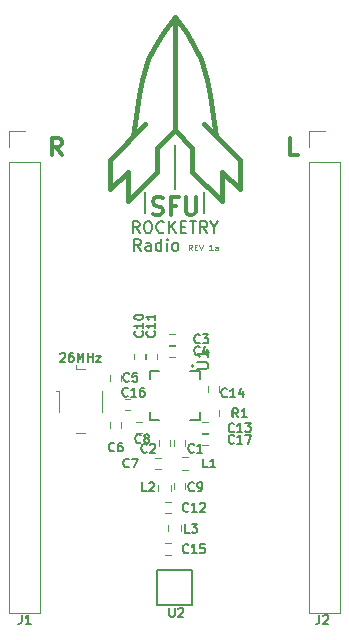
<source format=gto>
G04 #@! TF.FileFunction,Legend,Top*
%FSLAX46Y46*%
G04 Gerber Fmt 4.6, Leading zero omitted, Abs format (unit mm)*
G04 Created by KiCad (PCBNEW 4.0.7) date 07/17/18 20:37:52*
%MOMM*%
%LPD*%
G01*
G04 APERTURE LIST*
%ADD10C,0.100000*%
%ADD11C,0.400000*%
%ADD12C,0.300000*%
%ADD13C,0.187500*%
%ADD14C,0.125000*%
%ADD15C,0.200000*%
%ADD16C,0.120000*%
%ADD17C,0.150000*%
G04 APERTURE END LIST*
D10*
D11*
X101000000Y-76800000D02*
X100000000Y-75500000D01*
X99000000Y-76800000D02*
X100000000Y-75500000D01*
D12*
X90464286Y-87178571D02*
X89964286Y-86464286D01*
X89607143Y-87178571D02*
X89607143Y-85678571D01*
X90178571Y-85678571D01*
X90321429Y-85750000D01*
X90392857Y-85821429D01*
X90464286Y-85964286D01*
X90464286Y-86178571D01*
X90392857Y-86321429D01*
X90321429Y-86392857D01*
X90178571Y-86464286D01*
X89607143Y-86464286D01*
X110464286Y-87178571D02*
X109750000Y-87178571D01*
X109750000Y-85678571D01*
D13*
X90303571Y-103960714D02*
X90339285Y-103925000D01*
X90410714Y-103889286D01*
X90589285Y-103889286D01*
X90660714Y-103925000D01*
X90696428Y-103960714D01*
X90732143Y-104032143D01*
X90732143Y-104103571D01*
X90696428Y-104210714D01*
X90267857Y-104639286D01*
X90732143Y-104639286D01*
X91375000Y-103889286D02*
X91232143Y-103889286D01*
X91160714Y-103925000D01*
X91125000Y-103960714D01*
X91053571Y-104067857D01*
X91017857Y-104210714D01*
X91017857Y-104496429D01*
X91053571Y-104567857D01*
X91089286Y-104603571D01*
X91160714Y-104639286D01*
X91303571Y-104639286D01*
X91375000Y-104603571D01*
X91410714Y-104567857D01*
X91446429Y-104496429D01*
X91446429Y-104317857D01*
X91410714Y-104246429D01*
X91375000Y-104210714D01*
X91303571Y-104175000D01*
X91160714Y-104175000D01*
X91089286Y-104210714D01*
X91053571Y-104246429D01*
X91017857Y-104317857D01*
X91767857Y-104639286D02*
X91767857Y-103889286D01*
X92017857Y-104425000D01*
X92267857Y-103889286D01*
X92267857Y-104639286D01*
X92625000Y-104639286D02*
X92625000Y-103889286D01*
X92625000Y-104246429D02*
X93053572Y-104246429D01*
X93053572Y-104639286D02*
X93053572Y-103889286D01*
X93339286Y-104139286D02*
X93732143Y-104139286D01*
X93339286Y-104639286D01*
X93732143Y-104639286D01*
D14*
X101459525Y-95226190D02*
X101292858Y-94988095D01*
X101173811Y-95226190D02*
X101173811Y-94726190D01*
X101364287Y-94726190D01*
X101411906Y-94750000D01*
X101435715Y-94773810D01*
X101459525Y-94821429D01*
X101459525Y-94892857D01*
X101435715Y-94940476D01*
X101411906Y-94964286D01*
X101364287Y-94988095D01*
X101173811Y-94988095D01*
X101673811Y-94964286D02*
X101840477Y-94964286D01*
X101911906Y-95226190D02*
X101673811Y-95226190D01*
X101673811Y-94726190D01*
X101911906Y-94726190D01*
X102054763Y-94726190D02*
X102221430Y-95226190D01*
X102388096Y-94726190D01*
X103197619Y-95226190D02*
X102911905Y-95226190D01*
X103054762Y-95226190D02*
X103054762Y-94726190D01*
X103007143Y-94797619D01*
X102959524Y-94845238D01*
X102911905Y-94869048D01*
X103626190Y-95226190D02*
X103626190Y-94964286D01*
X103602381Y-94916667D01*
X103554762Y-94892857D01*
X103459524Y-94892857D01*
X103411905Y-94916667D01*
X103626190Y-95202381D02*
X103578571Y-95226190D01*
X103459524Y-95226190D01*
X103411905Y-95202381D01*
X103388095Y-95154762D01*
X103388095Y-95107143D01*
X103411905Y-95059524D01*
X103459524Y-95035714D01*
X103578571Y-95035714D01*
X103626190Y-95011905D01*
D15*
X97114286Y-95252381D02*
X96780952Y-94776190D01*
X96542857Y-95252381D02*
X96542857Y-94252381D01*
X96923810Y-94252381D01*
X97019048Y-94300000D01*
X97066667Y-94347619D01*
X97114286Y-94442857D01*
X97114286Y-94585714D01*
X97066667Y-94680952D01*
X97019048Y-94728571D01*
X96923810Y-94776190D01*
X96542857Y-94776190D01*
X97971429Y-95252381D02*
X97971429Y-94728571D01*
X97923810Y-94633333D01*
X97828572Y-94585714D01*
X97638095Y-94585714D01*
X97542857Y-94633333D01*
X97971429Y-95204762D02*
X97876191Y-95252381D01*
X97638095Y-95252381D01*
X97542857Y-95204762D01*
X97495238Y-95109524D01*
X97495238Y-95014286D01*
X97542857Y-94919048D01*
X97638095Y-94871429D01*
X97876191Y-94871429D01*
X97971429Y-94823810D01*
X98876191Y-95252381D02*
X98876191Y-94252381D01*
X98876191Y-95204762D02*
X98780953Y-95252381D01*
X98590476Y-95252381D01*
X98495238Y-95204762D01*
X98447619Y-95157143D01*
X98400000Y-95061905D01*
X98400000Y-94776190D01*
X98447619Y-94680952D01*
X98495238Y-94633333D01*
X98590476Y-94585714D01*
X98780953Y-94585714D01*
X98876191Y-94633333D01*
X99352381Y-95252381D02*
X99352381Y-94585714D01*
X99352381Y-94252381D02*
X99304762Y-94300000D01*
X99352381Y-94347619D01*
X99400000Y-94300000D01*
X99352381Y-94252381D01*
X99352381Y-94347619D01*
X99971428Y-95252381D02*
X99876190Y-95204762D01*
X99828571Y-95157143D01*
X99780952Y-95061905D01*
X99780952Y-94776190D01*
X99828571Y-94680952D01*
X99876190Y-94633333D01*
X99971428Y-94585714D01*
X100114286Y-94585714D01*
X100209524Y-94633333D01*
X100257143Y-94680952D01*
X100304762Y-94776190D01*
X100304762Y-95061905D01*
X100257143Y-95157143D01*
X100209524Y-95204762D01*
X100114286Y-95252381D01*
X99971428Y-95252381D01*
X100000000Y-86300000D02*
X100000000Y-90050000D01*
X102500000Y-90300000D02*
X102500000Y-92050000D01*
X97500000Y-92050000D02*
X97500000Y-90300000D01*
X97023810Y-93752381D02*
X96690476Y-93276190D01*
X96452381Y-93752381D02*
X96452381Y-92752381D01*
X96833334Y-92752381D01*
X96928572Y-92800000D01*
X96976191Y-92847619D01*
X97023810Y-92942857D01*
X97023810Y-93085714D01*
X96976191Y-93180952D01*
X96928572Y-93228571D01*
X96833334Y-93276190D01*
X96452381Y-93276190D01*
X97642857Y-92752381D02*
X97833334Y-92752381D01*
X97928572Y-92800000D01*
X98023810Y-92895238D01*
X98071429Y-93085714D01*
X98071429Y-93419048D01*
X98023810Y-93609524D01*
X97928572Y-93704762D01*
X97833334Y-93752381D01*
X97642857Y-93752381D01*
X97547619Y-93704762D01*
X97452381Y-93609524D01*
X97404762Y-93419048D01*
X97404762Y-93085714D01*
X97452381Y-92895238D01*
X97547619Y-92800000D01*
X97642857Y-92752381D01*
X99071429Y-93657143D02*
X99023810Y-93704762D01*
X98880953Y-93752381D01*
X98785715Y-93752381D01*
X98642857Y-93704762D01*
X98547619Y-93609524D01*
X98500000Y-93514286D01*
X98452381Y-93323810D01*
X98452381Y-93180952D01*
X98500000Y-92990476D01*
X98547619Y-92895238D01*
X98642857Y-92800000D01*
X98785715Y-92752381D01*
X98880953Y-92752381D01*
X99023810Y-92800000D01*
X99071429Y-92847619D01*
X99500000Y-93752381D02*
X99500000Y-92752381D01*
X100071429Y-93752381D02*
X99642857Y-93180952D01*
X100071429Y-92752381D02*
X99500000Y-93323810D01*
X100500000Y-93228571D02*
X100833334Y-93228571D01*
X100976191Y-93752381D02*
X100500000Y-93752381D01*
X100500000Y-92752381D01*
X100976191Y-92752381D01*
X101261905Y-92752381D02*
X101833334Y-92752381D01*
X101547619Y-93752381D02*
X101547619Y-92752381D01*
X102738096Y-93752381D02*
X102404762Y-93276190D01*
X102166667Y-93752381D02*
X102166667Y-92752381D01*
X102547620Y-92752381D01*
X102642858Y-92800000D01*
X102690477Y-92847619D01*
X102738096Y-92942857D01*
X102738096Y-93085714D01*
X102690477Y-93180952D01*
X102642858Y-93228571D01*
X102547620Y-93276190D01*
X102166667Y-93276190D01*
X103357143Y-93276190D02*
X103357143Y-93752381D01*
X103023810Y-92752381D02*
X103357143Y-93276190D01*
X103690477Y-92752381D01*
D12*
X98142857Y-92157143D02*
X98357143Y-92228571D01*
X98714286Y-92228571D01*
X98857143Y-92157143D01*
X98928572Y-92085714D01*
X99000000Y-91942857D01*
X99000000Y-91800000D01*
X98928572Y-91657143D01*
X98857143Y-91585714D01*
X98714286Y-91514286D01*
X98428572Y-91442857D01*
X98285714Y-91371429D01*
X98214286Y-91300000D01*
X98142857Y-91157143D01*
X98142857Y-91014286D01*
X98214286Y-90871429D01*
X98285714Y-90800000D01*
X98428572Y-90728571D01*
X98785714Y-90728571D01*
X99000000Y-90800000D01*
X100142857Y-91442857D02*
X99642857Y-91442857D01*
X99642857Y-92228571D02*
X99642857Y-90728571D01*
X100357143Y-90728571D01*
X100928571Y-90728571D02*
X100928571Y-91942857D01*
X100999999Y-92085714D01*
X101071428Y-92157143D01*
X101214285Y-92228571D01*
X101499999Y-92228571D01*
X101642857Y-92157143D01*
X101714285Y-92085714D01*
X101785714Y-91942857D01*
X101785714Y-90728571D01*
D11*
X96000000Y-91050000D02*
X96000000Y-88550000D01*
X98500000Y-88550000D02*
X96000000Y-91050000D01*
X98500000Y-86550000D02*
X98500000Y-88550000D01*
X101500000Y-88550000D02*
X101500000Y-86550000D01*
X104000000Y-91050000D02*
X101500000Y-88550000D01*
X104000000Y-88550000D02*
X104000000Y-91050000D01*
X105500000Y-90050000D02*
X104000000Y-88550000D01*
X105500000Y-90050000D02*
X105500000Y-87550000D01*
X102500000Y-84550000D02*
X105500000Y-87550000D01*
X103500000Y-85550000D02*
X103250000Y-83800000D01*
X103250000Y-83800000D02*
X103000000Y-82050000D01*
X103000000Y-82050000D02*
X102750000Y-80800000D01*
X102250000Y-79050000D02*
X102750000Y-80800000D01*
X101750000Y-78050000D02*
X102250000Y-79050000D01*
X101000000Y-76800000D02*
X101750000Y-78050000D01*
X100000000Y-85050000D02*
X101500000Y-86550000D01*
X100000000Y-85050000D02*
X98500000Y-86550000D01*
X100000000Y-75550000D02*
X100000000Y-85050000D01*
X98250000Y-78050000D02*
X99000000Y-76800000D01*
X96500000Y-85550000D02*
X96750000Y-83800000D01*
X96750000Y-83800000D02*
X97000000Y-82050000D01*
X97000000Y-82050000D02*
X97250000Y-80800000D01*
X97250000Y-80800000D02*
X97750000Y-79050000D01*
X97750000Y-79050000D02*
X98250000Y-78050000D01*
X94500000Y-87550000D02*
X97500000Y-84550000D01*
X94500000Y-90050000D02*
X94500000Y-87550000D01*
X96000000Y-88550000D02*
X94500000Y-90050000D01*
D16*
X111370000Y-125880000D02*
X114030000Y-125880000D01*
X111370000Y-87720000D02*
X111370000Y-125880000D01*
X114030000Y-87720000D02*
X114030000Y-125880000D01*
X111370000Y-87720000D02*
X114030000Y-87720000D01*
X111370000Y-86450000D02*
X111370000Y-85120000D01*
X111370000Y-85120000D02*
X112700000Y-85120000D01*
X91600000Y-104900000D02*
X91600000Y-105300000D01*
X91600000Y-105300000D02*
X92400000Y-105300000D01*
X92400000Y-110700000D02*
X91600000Y-110700000D01*
X93800000Y-107100000D02*
X93800000Y-108900000D01*
X90200000Y-108900000D02*
X90200000Y-107100000D01*
X90200000Y-107100000D02*
X89960000Y-107100000D01*
X100845000Y-111750000D02*
X100845000Y-111250000D01*
X99905000Y-111250000D02*
X99905000Y-111750000D01*
X98655000Y-111250000D02*
X98655000Y-111750000D01*
X99595000Y-111750000D02*
X99595000Y-111250000D01*
X100050000Y-102280000D02*
X99550000Y-102280000D01*
X99550000Y-103220000D02*
X100050000Y-103220000D01*
X100050000Y-103280000D02*
X99550000Y-103280000D01*
X99550000Y-104220000D02*
X100050000Y-104220000D01*
X94530000Y-105750000D02*
X94530000Y-106250000D01*
X95470000Y-106250000D02*
X95470000Y-105750000D01*
X94530000Y-109750000D02*
X94530000Y-110250000D01*
X95470000Y-110250000D02*
X95470000Y-109750000D01*
X98325000Y-113720000D02*
X98825000Y-113720000D01*
X98825000Y-112780000D02*
X98325000Y-112780000D01*
X96700000Y-110670000D02*
X97200000Y-110670000D01*
X97200000Y-109730000D02*
X96700000Y-109730000D01*
X99905000Y-114950000D02*
X99905000Y-115450000D01*
X100845000Y-115450000D02*
X100845000Y-114950000D01*
X97470000Y-104450000D02*
X97470000Y-103950000D01*
X96530000Y-103950000D02*
X96530000Y-104450000D01*
X98470000Y-104450000D02*
X98470000Y-103950000D01*
X97530000Y-103950000D02*
X97530000Y-104450000D01*
X99200000Y-117470000D02*
X99700000Y-117470000D01*
X99700000Y-116530000D02*
X99200000Y-116530000D01*
X102800000Y-109780000D02*
X102300000Y-109780000D01*
X102300000Y-110720000D02*
X102800000Y-110720000D01*
X102780000Y-106700000D02*
X102780000Y-107200000D01*
X103720000Y-107200000D02*
X103720000Y-106700000D01*
X99200000Y-120970000D02*
X99700000Y-120970000D01*
X99700000Y-120030000D02*
X99200000Y-120030000D01*
X95750000Y-108720000D02*
X96250000Y-108720000D01*
X96250000Y-107780000D02*
X95750000Y-107780000D01*
X102800000Y-110780000D02*
X102300000Y-110780000D01*
X102300000Y-111720000D02*
X102800000Y-111720000D01*
X101111805Y-112720000D02*
X100611805Y-112720000D01*
X100611805Y-113780000D02*
X101111805Y-113780000D01*
X98595000Y-115050000D02*
X98595000Y-115550000D01*
X99655000Y-115550000D02*
X99655000Y-115050000D01*
X100530000Y-119000000D02*
X100530000Y-118500000D01*
X99470000Y-118500000D02*
X99470000Y-119000000D01*
D17*
X101500000Y-122250000D02*
X101500000Y-125250000D01*
X98500000Y-122250000D02*
X101500000Y-122250000D01*
X98500000Y-125250000D02*
X98500000Y-122250000D01*
X101500000Y-125250000D02*
X98500000Y-125250000D01*
D16*
X85970000Y-125880000D02*
X88630000Y-125880000D01*
X85970000Y-87720000D02*
X85970000Y-125880000D01*
X88630000Y-87720000D02*
X88630000Y-125880000D01*
X85970000Y-87720000D02*
X88630000Y-87720000D01*
X85970000Y-86450000D02*
X85970000Y-85120000D01*
X85970000Y-85120000D02*
X87300000Y-85120000D01*
X104780000Y-109200000D02*
X104780000Y-108700000D01*
X103720000Y-108700000D02*
X103720000Y-109200000D01*
D15*
X101600000Y-105000000D02*
G75*
G03X101600000Y-105000000I-100000J0D01*
G01*
X102100000Y-105400000D02*
X102100000Y-106100000D01*
X102100000Y-105400000D02*
X101300000Y-105400000D01*
X98700000Y-105400000D02*
X97900000Y-105400000D01*
X98700000Y-109600000D02*
X97900000Y-109600000D01*
X102100000Y-109600000D02*
X101300000Y-109600000D01*
X102100000Y-108900000D02*
X102100000Y-109600000D01*
X97900000Y-108900000D02*
X97900000Y-109600000D01*
X97900000Y-105400000D02*
X97900000Y-106100000D01*
D17*
X112250000Y-126089286D02*
X112250000Y-126625000D01*
X112214286Y-126732143D01*
X112142857Y-126803571D01*
X112035714Y-126839286D01*
X111964286Y-126839286D01*
X112571429Y-126160714D02*
X112607143Y-126125000D01*
X112678572Y-126089286D01*
X112857143Y-126089286D01*
X112928572Y-126125000D01*
X112964286Y-126160714D01*
X113000001Y-126232143D01*
X113000001Y-126303571D01*
X112964286Y-126410714D01*
X112535715Y-126839286D01*
X113000001Y-126839286D01*
X101625000Y-112267857D02*
X101589286Y-112303571D01*
X101482143Y-112339286D01*
X101410714Y-112339286D01*
X101303571Y-112303571D01*
X101232143Y-112232143D01*
X101196428Y-112160714D01*
X101160714Y-112017857D01*
X101160714Y-111910714D01*
X101196428Y-111767857D01*
X101232143Y-111696429D01*
X101303571Y-111625000D01*
X101410714Y-111589286D01*
X101482143Y-111589286D01*
X101589286Y-111625000D01*
X101625000Y-111660714D01*
X102339286Y-112339286D02*
X101910714Y-112339286D01*
X102125000Y-112339286D02*
X102125000Y-111589286D01*
X102053571Y-111696429D01*
X101982143Y-111767857D01*
X101910714Y-111803571D01*
X97625000Y-112267857D02*
X97589286Y-112303571D01*
X97482143Y-112339286D01*
X97410714Y-112339286D01*
X97303571Y-112303571D01*
X97232143Y-112232143D01*
X97196428Y-112160714D01*
X97160714Y-112017857D01*
X97160714Y-111910714D01*
X97196428Y-111767857D01*
X97232143Y-111696429D01*
X97303571Y-111625000D01*
X97410714Y-111589286D01*
X97482143Y-111589286D01*
X97589286Y-111625000D01*
X97625000Y-111660714D01*
X97910714Y-111660714D02*
X97946428Y-111625000D01*
X98017857Y-111589286D01*
X98196428Y-111589286D01*
X98267857Y-111625000D01*
X98303571Y-111660714D01*
X98339286Y-111732143D01*
X98339286Y-111803571D01*
X98303571Y-111910714D01*
X97875000Y-112339286D01*
X98339286Y-112339286D01*
X102125000Y-103017857D02*
X102089286Y-103053571D01*
X101982143Y-103089286D01*
X101910714Y-103089286D01*
X101803571Y-103053571D01*
X101732143Y-102982143D01*
X101696428Y-102910714D01*
X101660714Y-102767857D01*
X101660714Y-102660714D01*
X101696428Y-102517857D01*
X101732143Y-102446429D01*
X101803571Y-102375000D01*
X101910714Y-102339286D01*
X101982143Y-102339286D01*
X102089286Y-102375000D01*
X102125000Y-102410714D01*
X102375000Y-102339286D02*
X102839286Y-102339286D01*
X102589286Y-102625000D01*
X102696428Y-102625000D01*
X102767857Y-102660714D01*
X102803571Y-102696429D01*
X102839286Y-102767857D01*
X102839286Y-102946429D01*
X102803571Y-103017857D01*
X102767857Y-103053571D01*
X102696428Y-103089286D01*
X102482143Y-103089286D01*
X102410714Y-103053571D01*
X102375000Y-103017857D01*
X102125000Y-104017857D02*
X102089286Y-104053571D01*
X101982143Y-104089286D01*
X101910714Y-104089286D01*
X101803571Y-104053571D01*
X101732143Y-103982143D01*
X101696428Y-103910714D01*
X101660714Y-103767857D01*
X101660714Y-103660714D01*
X101696428Y-103517857D01*
X101732143Y-103446429D01*
X101803571Y-103375000D01*
X101910714Y-103339286D01*
X101982143Y-103339286D01*
X102089286Y-103375000D01*
X102125000Y-103410714D01*
X102767857Y-103589286D02*
X102767857Y-104089286D01*
X102589286Y-103303571D02*
X102410714Y-103839286D01*
X102875000Y-103839286D01*
X96125000Y-106267857D02*
X96089286Y-106303571D01*
X95982143Y-106339286D01*
X95910714Y-106339286D01*
X95803571Y-106303571D01*
X95732143Y-106232143D01*
X95696428Y-106160714D01*
X95660714Y-106017857D01*
X95660714Y-105910714D01*
X95696428Y-105767857D01*
X95732143Y-105696429D01*
X95803571Y-105625000D01*
X95910714Y-105589286D01*
X95982143Y-105589286D01*
X96089286Y-105625000D01*
X96125000Y-105660714D01*
X96803571Y-105589286D02*
X96446428Y-105589286D01*
X96410714Y-105946429D01*
X96446428Y-105910714D01*
X96517857Y-105875000D01*
X96696428Y-105875000D01*
X96767857Y-105910714D01*
X96803571Y-105946429D01*
X96839286Y-106017857D01*
X96839286Y-106196429D01*
X96803571Y-106267857D01*
X96767857Y-106303571D01*
X96696428Y-106339286D01*
X96517857Y-106339286D01*
X96446428Y-106303571D01*
X96410714Y-106267857D01*
X94875000Y-112167857D02*
X94839286Y-112203571D01*
X94732143Y-112239286D01*
X94660714Y-112239286D01*
X94553571Y-112203571D01*
X94482143Y-112132143D01*
X94446428Y-112060714D01*
X94410714Y-111917857D01*
X94410714Y-111810714D01*
X94446428Y-111667857D01*
X94482143Y-111596429D01*
X94553571Y-111525000D01*
X94660714Y-111489286D01*
X94732143Y-111489286D01*
X94839286Y-111525000D01*
X94875000Y-111560714D01*
X95517857Y-111489286D02*
X95375000Y-111489286D01*
X95303571Y-111525000D01*
X95267857Y-111560714D01*
X95196428Y-111667857D01*
X95160714Y-111810714D01*
X95160714Y-112096429D01*
X95196428Y-112167857D01*
X95232143Y-112203571D01*
X95303571Y-112239286D01*
X95446428Y-112239286D01*
X95517857Y-112203571D01*
X95553571Y-112167857D01*
X95589286Y-112096429D01*
X95589286Y-111917857D01*
X95553571Y-111846429D01*
X95517857Y-111810714D01*
X95446428Y-111775000D01*
X95303571Y-111775000D01*
X95232143Y-111810714D01*
X95196428Y-111846429D01*
X95160714Y-111917857D01*
X96125000Y-113517857D02*
X96089286Y-113553571D01*
X95982143Y-113589286D01*
X95910714Y-113589286D01*
X95803571Y-113553571D01*
X95732143Y-113482143D01*
X95696428Y-113410714D01*
X95660714Y-113267857D01*
X95660714Y-113160714D01*
X95696428Y-113017857D01*
X95732143Y-112946429D01*
X95803571Y-112875000D01*
X95910714Y-112839286D01*
X95982143Y-112839286D01*
X96089286Y-112875000D01*
X96125000Y-112910714D01*
X96375000Y-112839286D02*
X96875000Y-112839286D01*
X96553571Y-113589286D01*
X97125000Y-111467857D02*
X97089286Y-111503571D01*
X96982143Y-111539286D01*
X96910714Y-111539286D01*
X96803571Y-111503571D01*
X96732143Y-111432143D01*
X96696428Y-111360714D01*
X96660714Y-111217857D01*
X96660714Y-111110714D01*
X96696428Y-110967857D01*
X96732143Y-110896429D01*
X96803571Y-110825000D01*
X96910714Y-110789286D01*
X96982143Y-110789286D01*
X97089286Y-110825000D01*
X97125000Y-110860714D01*
X97553571Y-111110714D02*
X97482143Y-111075000D01*
X97446428Y-111039286D01*
X97410714Y-110967857D01*
X97410714Y-110932143D01*
X97446428Y-110860714D01*
X97482143Y-110825000D01*
X97553571Y-110789286D01*
X97696428Y-110789286D01*
X97767857Y-110825000D01*
X97803571Y-110860714D01*
X97839286Y-110932143D01*
X97839286Y-110967857D01*
X97803571Y-111039286D01*
X97767857Y-111075000D01*
X97696428Y-111110714D01*
X97553571Y-111110714D01*
X97482143Y-111146429D01*
X97446428Y-111182143D01*
X97410714Y-111253571D01*
X97410714Y-111396429D01*
X97446428Y-111467857D01*
X97482143Y-111503571D01*
X97553571Y-111539286D01*
X97696428Y-111539286D01*
X97767857Y-111503571D01*
X97803571Y-111467857D01*
X97839286Y-111396429D01*
X97839286Y-111253571D01*
X97803571Y-111182143D01*
X97767857Y-111146429D01*
X97696428Y-111110714D01*
X101625000Y-115517857D02*
X101589286Y-115553571D01*
X101482143Y-115589286D01*
X101410714Y-115589286D01*
X101303571Y-115553571D01*
X101232143Y-115482143D01*
X101196428Y-115410714D01*
X101160714Y-115267857D01*
X101160714Y-115160714D01*
X101196428Y-115017857D01*
X101232143Y-114946429D01*
X101303571Y-114875000D01*
X101410714Y-114839286D01*
X101482143Y-114839286D01*
X101589286Y-114875000D01*
X101625000Y-114910714D01*
X101982143Y-115589286D02*
X102125000Y-115589286D01*
X102196428Y-115553571D01*
X102232143Y-115517857D01*
X102303571Y-115410714D01*
X102339286Y-115267857D01*
X102339286Y-114982143D01*
X102303571Y-114910714D01*
X102267857Y-114875000D01*
X102196428Y-114839286D01*
X102053571Y-114839286D01*
X101982143Y-114875000D01*
X101946428Y-114910714D01*
X101910714Y-114982143D01*
X101910714Y-115160714D01*
X101946428Y-115232143D01*
X101982143Y-115267857D01*
X102053571Y-115303571D01*
X102196428Y-115303571D01*
X102267857Y-115267857D01*
X102303571Y-115232143D01*
X102339286Y-115160714D01*
X97267857Y-102082143D02*
X97303571Y-102117857D01*
X97339286Y-102225000D01*
X97339286Y-102296429D01*
X97303571Y-102403572D01*
X97232143Y-102475000D01*
X97160714Y-102510715D01*
X97017857Y-102546429D01*
X96910714Y-102546429D01*
X96767857Y-102510715D01*
X96696429Y-102475000D01*
X96625000Y-102403572D01*
X96589286Y-102296429D01*
X96589286Y-102225000D01*
X96625000Y-102117857D01*
X96660714Y-102082143D01*
X97339286Y-101367857D02*
X97339286Y-101796429D01*
X97339286Y-101582143D02*
X96589286Y-101582143D01*
X96696429Y-101653572D01*
X96767857Y-101725000D01*
X96803571Y-101796429D01*
X96589286Y-100903571D02*
X96589286Y-100832143D01*
X96625000Y-100760714D01*
X96660714Y-100725000D01*
X96732143Y-100689286D01*
X96875000Y-100653571D01*
X97053571Y-100653571D01*
X97196429Y-100689286D01*
X97267857Y-100725000D01*
X97303571Y-100760714D01*
X97339286Y-100832143D01*
X97339286Y-100903571D01*
X97303571Y-100975000D01*
X97267857Y-101010714D01*
X97196429Y-101046429D01*
X97053571Y-101082143D01*
X96875000Y-101082143D01*
X96732143Y-101046429D01*
X96660714Y-101010714D01*
X96625000Y-100975000D01*
X96589286Y-100903571D01*
X98267857Y-102082143D02*
X98303571Y-102117857D01*
X98339286Y-102225000D01*
X98339286Y-102296429D01*
X98303571Y-102403572D01*
X98232143Y-102475000D01*
X98160714Y-102510715D01*
X98017857Y-102546429D01*
X97910714Y-102546429D01*
X97767857Y-102510715D01*
X97696429Y-102475000D01*
X97625000Y-102403572D01*
X97589286Y-102296429D01*
X97589286Y-102225000D01*
X97625000Y-102117857D01*
X97660714Y-102082143D01*
X98339286Y-101367857D02*
X98339286Y-101796429D01*
X98339286Y-101582143D02*
X97589286Y-101582143D01*
X97696429Y-101653572D01*
X97767857Y-101725000D01*
X97803571Y-101796429D01*
X98339286Y-100653571D02*
X98339286Y-101082143D01*
X98339286Y-100867857D02*
X97589286Y-100867857D01*
X97696429Y-100939286D01*
X97767857Y-101010714D01*
X97803571Y-101082143D01*
X101142857Y-117267857D02*
X101107143Y-117303571D01*
X101000000Y-117339286D01*
X100928571Y-117339286D01*
X100821428Y-117303571D01*
X100750000Y-117232143D01*
X100714285Y-117160714D01*
X100678571Y-117017857D01*
X100678571Y-116910714D01*
X100714285Y-116767857D01*
X100750000Y-116696429D01*
X100821428Y-116625000D01*
X100928571Y-116589286D01*
X101000000Y-116589286D01*
X101107143Y-116625000D01*
X101142857Y-116660714D01*
X101857143Y-117339286D02*
X101428571Y-117339286D01*
X101642857Y-117339286D02*
X101642857Y-116589286D01*
X101571428Y-116696429D01*
X101500000Y-116767857D01*
X101428571Y-116803571D01*
X102142857Y-116660714D02*
X102178571Y-116625000D01*
X102250000Y-116589286D01*
X102428571Y-116589286D01*
X102500000Y-116625000D01*
X102535714Y-116660714D01*
X102571429Y-116732143D01*
X102571429Y-116803571D01*
X102535714Y-116910714D01*
X102107143Y-117339286D01*
X102571429Y-117339286D01*
X105017857Y-110517857D02*
X104982143Y-110553571D01*
X104875000Y-110589286D01*
X104803571Y-110589286D01*
X104696428Y-110553571D01*
X104625000Y-110482143D01*
X104589285Y-110410714D01*
X104553571Y-110267857D01*
X104553571Y-110160714D01*
X104589285Y-110017857D01*
X104625000Y-109946429D01*
X104696428Y-109875000D01*
X104803571Y-109839286D01*
X104875000Y-109839286D01*
X104982143Y-109875000D01*
X105017857Y-109910714D01*
X105732143Y-110589286D02*
X105303571Y-110589286D01*
X105517857Y-110589286D02*
X105517857Y-109839286D01*
X105446428Y-109946429D01*
X105375000Y-110017857D01*
X105303571Y-110053571D01*
X105982143Y-109839286D02*
X106446429Y-109839286D01*
X106196429Y-110125000D01*
X106303571Y-110125000D01*
X106375000Y-110160714D01*
X106410714Y-110196429D01*
X106446429Y-110267857D01*
X106446429Y-110446429D01*
X106410714Y-110517857D01*
X106375000Y-110553571D01*
X106303571Y-110589286D01*
X106089286Y-110589286D01*
X106017857Y-110553571D01*
X105982143Y-110517857D01*
X104417857Y-107567857D02*
X104382143Y-107603571D01*
X104275000Y-107639286D01*
X104203571Y-107639286D01*
X104096428Y-107603571D01*
X104025000Y-107532143D01*
X103989285Y-107460714D01*
X103953571Y-107317857D01*
X103953571Y-107210714D01*
X103989285Y-107067857D01*
X104025000Y-106996429D01*
X104096428Y-106925000D01*
X104203571Y-106889286D01*
X104275000Y-106889286D01*
X104382143Y-106925000D01*
X104417857Y-106960714D01*
X105132143Y-107639286D02*
X104703571Y-107639286D01*
X104917857Y-107639286D02*
X104917857Y-106889286D01*
X104846428Y-106996429D01*
X104775000Y-107067857D01*
X104703571Y-107103571D01*
X105775000Y-107139286D02*
X105775000Y-107639286D01*
X105596429Y-106853571D02*
X105417857Y-107389286D01*
X105882143Y-107389286D01*
X101142857Y-120767857D02*
X101107143Y-120803571D01*
X101000000Y-120839286D01*
X100928571Y-120839286D01*
X100821428Y-120803571D01*
X100750000Y-120732143D01*
X100714285Y-120660714D01*
X100678571Y-120517857D01*
X100678571Y-120410714D01*
X100714285Y-120267857D01*
X100750000Y-120196429D01*
X100821428Y-120125000D01*
X100928571Y-120089286D01*
X101000000Y-120089286D01*
X101107143Y-120125000D01*
X101142857Y-120160714D01*
X101857143Y-120839286D02*
X101428571Y-120839286D01*
X101642857Y-120839286D02*
X101642857Y-120089286D01*
X101571428Y-120196429D01*
X101500000Y-120267857D01*
X101428571Y-120303571D01*
X102535714Y-120089286D02*
X102178571Y-120089286D01*
X102142857Y-120446429D01*
X102178571Y-120410714D01*
X102250000Y-120375000D01*
X102428571Y-120375000D01*
X102500000Y-120410714D01*
X102535714Y-120446429D01*
X102571429Y-120517857D01*
X102571429Y-120696429D01*
X102535714Y-120767857D01*
X102500000Y-120803571D01*
X102428571Y-120839286D01*
X102250000Y-120839286D01*
X102178571Y-120803571D01*
X102142857Y-120767857D01*
X96017857Y-107517857D02*
X95982143Y-107553571D01*
X95875000Y-107589286D01*
X95803571Y-107589286D01*
X95696428Y-107553571D01*
X95625000Y-107482143D01*
X95589285Y-107410714D01*
X95553571Y-107267857D01*
X95553571Y-107160714D01*
X95589285Y-107017857D01*
X95625000Y-106946429D01*
X95696428Y-106875000D01*
X95803571Y-106839286D01*
X95875000Y-106839286D01*
X95982143Y-106875000D01*
X96017857Y-106910714D01*
X96732143Y-107589286D02*
X96303571Y-107589286D01*
X96517857Y-107589286D02*
X96517857Y-106839286D01*
X96446428Y-106946429D01*
X96375000Y-107017857D01*
X96303571Y-107053571D01*
X97375000Y-106839286D02*
X97232143Y-106839286D01*
X97160714Y-106875000D01*
X97125000Y-106910714D01*
X97053571Y-107017857D01*
X97017857Y-107160714D01*
X97017857Y-107446429D01*
X97053571Y-107517857D01*
X97089286Y-107553571D01*
X97160714Y-107589286D01*
X97303571Y-107589286D01*
X97375000Y-107553571D01*
X97410714Y-107517857D01*
X97446429Y-107446429D01*
X97446429Y-107267857D01*
X97410714Y-107196429D01*
X97375000Y-107160714D01*
X97303571Y-107125000D01*
X97160714Y-107125000D01*
X97089286Y-107160714D01*
X97053571Y-107196429D01*
X97017857Y-107267857D01*
X105017857Y-111517857D02*
X104982143Y-111553571D01*
X104875000Y-111589286D01*
X104803571Y-111589286D01*
X104696428Y-111553571D01*
X104625000Y-111482143D01*
X104589285Y-111410714D01*
X104553571Y-111267857D01*
X104553571Y-111160714D01*
X104589285Y-111017857D01*
X104625000Y-110946429D01*
X104696428Y-110875000D01*
X104803571Y-110839286D01*
X104875000Y-110839286D01*
X104982143Y-110875000D01*
X105017857Y-110910714D01*
X105732143Y-111589286D02*
X105303571Y-111589286D01*
X105517857Y-111589286D02*
X105517857Y-110839286D01*
X105446428Y-110946429D01*
X105375000Y-111017857D01*
X105303571Y-111053571D01*
X105982143Y-110839286D02*
X106482143Y-110839286D01*
X106160714Y-111589286D01*
X102786805Y-113589286D02*
X102429662Y-113589286D01*
X102429662Y-112839286D01*
X103429663Y-113589286D02*
X103001091Y-113589286D01*
X103215377Y-113589286D02*
X103215377Y-112839286D01*
X103143948Y-112946429D01*
X103072520Y-113017857D01*
X103001091Y-113053571D01*
X97625000Y-115589286D02*
X97267857Y-115589286D01*
X97267857Y-114839286D01*
X97839286Y-114910714D02*
X97875000Y-114875000D01*
X97946429Y-114839286D01*
X98125000Y-114839286D01*
X98196429Y-114875000D01*
X98232143Y-114910714D01*
X98267858Y-114982143D01*
X98267858Y-115053571D01*
X98232143Y-115160714D01*
X97803572Y-115589286D01*
X98267858Y-115589286D01*
X101250000Y-119139286D02*
X100892857Y-119139286D01*
X100892857Y-118389286D01*
X101428572Y-118389286D02*
X101892858Y-118389286D01*
X101642858Y-118675000D01*
X101750000Y-118675000D01*
X101821429Y-118710714D01*
X101857143Y-118746429D01*
X101892858Y-118817857D01*
X101892858Y-118996429D01*
X101857143Y-119067857D01*
X101821429Y-119103571D01*
X101750000Y-119139286D01*
X101535715Y-119139286D01*
X101464286Y-119103571D01*
X101428572Y-119067857D01*
X99553571Y-125489286D02*
X99553571Y-126096429D01*
X99589286Y-126167857D01*
X99625000Y-126203571D01*
X99696429Y-126239286D01*
X99839286Y-126239286D01*
X99910714Y-126203571D01*
X99946429Y-126167857D01*
X99982143Y-126096429D01*
X99982143Y-125489286D01*
X100303571Y-125560714D02*
X100339285Y-125525000D01*
X100410714Y-125489286D01*
X100589285Y-125489286D01*
X100660714Y-125525000D01*
X100696428Y-125560714D01*
X100732143Y-125632143D01*
X100732143Y-125703571D01*
X100696428Y-125810714D01*
X100267857Y-126239286D01*
X100732143Y-126239286D01*
X87050000Y-126089286D02*
X87050000Y-126625000D01*
X87014286Y-126732143D01*
X86942857Y-126803571D01*
X86835714Y-126839286D01*
X86764286Y-126839286D01*
X87800001Y-126839286D02*
X87371429Y-126839286D01*
X87585715Y-126839286D02*
X87585715Y-126089286D01*
X87514286Y-126196429D01*
X87442858Y-126267857D01*
X87371429Y-126303571D01*
X105375000Y-109339286D02*
X105125000Y-108982143D01*
X104946428Y-109339286D02*
X104946428Y-108589286D01*
X105232143Y-108589286D01*
X105303571Y-108625000D01*
X105339286Y-108660714D01*
X105375000Y-108732143D01*
X105375000Y-108839286D01*
X105339286Y-108910714D01*
X105303571Y-108946429D01*
X105232143Y-108982143D01*
X104946428Y-108982143D01*
X106089286Y-109339286D02*
X105660714Y-109339286D01*
X105875000Y-109339286D02*
X105875000Y-108589286D01*
X105803571Y-108696429D01*
X105732143Y-108767857D01*
X105660714Y-108803571D01*
X101852381Y-105261905D02*
X102661905Y-105261905D01*
X102757143Y-105214286D01*
X102804762Y-105166667D01*
X102852381Y-105071429D01*
X102852381Y-104880952D01*
X102804762Y-104785714D01*
X102757143Y-104738095D01*
X102661905Y-104690476D01*
X101852381Y-104690476D01*
X102852381Y-103690476D02*
X102852381Y-104261905D01*
X102852381Y-103976191D02*
X101852381Y-103976191D01*
X101995238Y-104071429D01*
X102090476Y-104166667D01*
X102138095Y-104261905D01*
M02*

</source>
